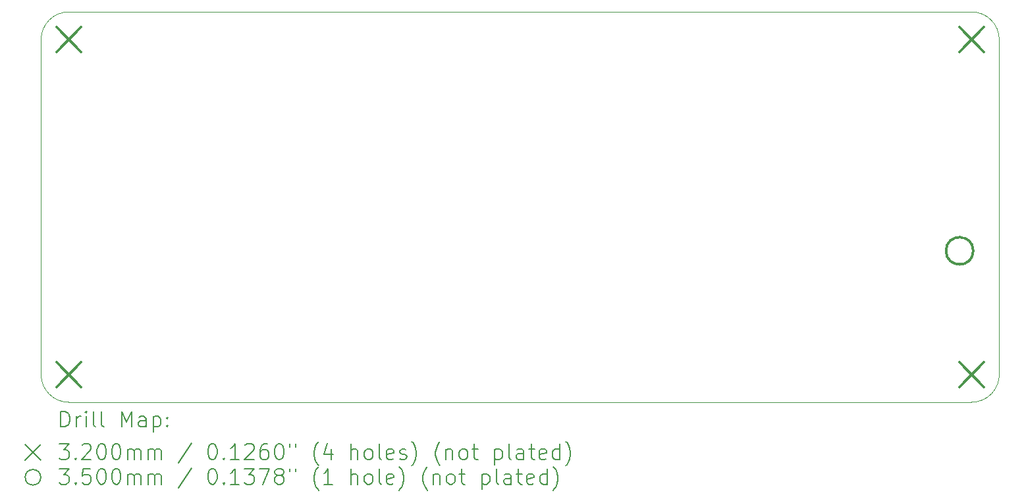
<source format=gbr>
%FSLAX45Y45*%
G04 Gerber Fmt 4.5, Leading zero omitted, Abs format (unit mm)*
G04 Created by KiCad (PCBNEW (6.0.0)) date 2022-11-20 23:13:51*
%MOMM*%
%LPD*%
G01*
G04 APERTURE LIST*
%TA.AperFunction,Profile*%
%ADD10C,0.100000*%
%TD*%
%ADD11C,0.200000*%
%ADD12C,0.320000*%
%ADD13C,0.350000*%
G04 APERTURE END LIST*
D10*
X9084400Y-12691300D02*
G75*
G03*
X9440000Y-13046900I355600J0D01*
G01*
X9084400Y-8383400D02*
X9084400Y-12691300D01*
X9440000Y-8027800D02*
X21047900Y-8027800D01*
X21047900Y-13047127D02*
X9440000Y-13046900D01*
X21047900Y-13047127D02*
G75*
G03*
X21403500Y-12678600I0J355827D01*
G01*
X9440000Y-8027800D02*
G75*
G03*
X9084400Y-8383400I0J-355600D01*
G01*
X21403500Y-8383400D02*
G75*
G03*
X21047900Y-8027800I-355600J0D01*
G01*
X21403500Y-8383400D02*
X21403500Y-12678600D01*
D11*
D12*
X9280000Y-8223400D02*
X9600000Y-8543400D01*
X9600000Y-8223400D02*
X9280000Y-8543400D01*
X9280000Y-12531300D02*
X9600000Y-12851300D01*
X9600000Y-12531300D02*
X9280000Y-12851300D01*
X20887900Y-8223400D02*
X21207900Y-8543400D01*
X21207900Y-8223400D02*
X20887900Y-8543400D01*
X20887900Y-12531300D02*
X21207900Y-12851300D01*
X21207900Y-12531300D02*
X20887900Y-12851300D01*
D13*
X21068800Y-11099800D02*
G75*
G03*
X21068800Y-11099800I-175000J0D01*
G01*
D11*
X9337019Y-13362603D02*
X9337019Y-13162603D01*
X9384638Y-13162603D01*
X9413210Y-13172127D01*
X9432257Y-13191174D01*
X9441781Y-13210222D01*
X9451305Y-13248317D01*
X9451305Y-13276889D01*
X9441781Y-13314984D01*
X9432257Y-13334031D01*
X9413210Y-13353079D01*
X9384638Y-13362603D01*
X9337019Y-13362603D01*
X9537019Y-13362603D02*
X9537019Y-13229269D01*
X9537019Y-13267365D02*
X9546543Y-13248317D01*
X9556067Y-13238793D01*
X9575114Y-13229269D01*
X9594162Y-13229269D01*
X9660829Y-13362603D02*
X9660829Y-13229269D01*
X9660829Y-13162603D02*
X9651305Y-13172127D01*
X9660829Y-13181650D01*
X9670352Y-13172127D01*
X9660829Y-13162603D01*
X9660829Y-13181650D01*
X9784638Y-13362603D02*
X9765590Y-13353079D01*
X9756067Y-13334031D01*
X9756067Y-13162603D01*
X9889400Y-13362603D02*
X9870352Y-13353079D01*
X9860829Y-13334031D01*
X9860829Y-13162603D01*
X10117971Y-13362603D02*
X10117971Y-13162603D01*
X10184638Y-13305460D01*
X10251305Y-13162603D01*
X10251305Y-13362603D01*
X10432257Y-13362603D02*
X10432257Y-13257841D01*
X10422733Y-13238793D01*
X10403686Y-13229269D01*
X10365590Y-13229269D01*
X10346543Y-13238793D01*
X10432257Y-13353079D02*
X10413210Y-13362603D01*
X10365590Y-13362603D01*
X10346543Y-13353079D01*
X10337019Y-13334031D01*
X10337019Y-13314984D01*
X10346543Y-13295936D01*
X10365590Y-13286412D01*
X10413210Y-13286412D01*
X10432257Y-13276889D01*
X10527495Y-13229269D02*
X10527495Y-13429269D01*
X10527495Y-13238793D02*
X10546543Y-13229269D01*
X10584638Y-13229269D01*
X10603686Y-13238793D01*
X10613210Y-13248317D01*
X10622733Y-13267365D01*
X10622733Y-13324508D01*
X10613210Y-13343555D01*
X10603686Y-13353079D01*
X10584638Y-13362603D01*
X10546543Y-13362603D01*
X10527495Y-13353079D01*
X10708448Y-13343555D02*
X10717971Y-13353079D01*
X10708448Y-13362603D01*
X10698924Y-13353079D01*
X10708448Y-13343555D01*
X10708448Y-13362603D01*
X10708448Y-13238793D02*
X10717971Y-13248317D01*
X10708448Y-13257841D01*
X10698924Y-13248317D01*
X10708448Y-13238793D01*
X10708448Y-13257841D01*
X8879400Y-13592127D02*
X9079400Y-13792127D01*
X9079400Y-13592127D02*
X8879400Y-13792127D01*
X9317971Y-13582603D02*
X9441781Y-13582603D01*
X9375114Y-13658793D01*
X9403686Y-13658793D01*
X9422733Y-13668317D01*
X9432257Y-13677841D01*
X9441781Y-13696889D01*
X9441781Y-13744508D01*
X9432257Y-13763555D01*
X9422733Y-13773079D01*
X9403686Y-13782603D01*
X9346543Y-13782603D01*
X9327495Y-13773079D01*
X9317971Y-13763555D01*
X9527495Y-13763555D02*
X9537019Y-13773079D01*
X9527495Y-13782603D01*
X9517971Y-13773079D01*
X9527495Y-13763555D01*
X9527495Y-13782603D01*
X9613210Y-13601650D02*
X9622733Y-13592127D01*
X9641781Y-13582603D01*
X9689400Y-13582603D01*
X9708448Y-13592127D01*
X9717971Y-13601650D01*
X9727495Y-13620698D01*
X9727495Y-13639746D01*
X9717971Y-13668317D01*
X9603686Y-13782603D01*
X9727495Y-13782603D01*
X9851305Y-13582603D02*
X9870352Y-13582603D01*
X9889400Y-13592127D01*
X9898924Y-13601650D01*
X9908448Y-13620698D01*
X9917971Y-13658793D01*
X9917971Y-13706412D01*
X9908448Y-13744508D01*
X9898924Y-13763555D01*
X9889400Y-13773079D01*
X9870352Y-13782603D01*
X9851305Y-13782603D01*
X9832257Y-13773079D01*
X9822733Y-13763555D01*
X9813210Y-13744508D01*
X9803686Y-13706412D01*
X9803686Y-13658793D01*
X9813210Y-13620698D01*
X9822733Y-13601650D01*
X9832257Y-13592127D01*
X9851305Y-13582603D01*
X10041781Y-13582603D02*
X10060829Y-13582603D01*
X10079876Y-13592127D01*
X10089400Y-13601650D01*
X10098924Y-13620698D01*
X10108448Y-13658793D01*
X10108448Y-13706412D01*
X10098924Y-13744508D01*
X10089400Y-13763555D01*
X10079876Y-13773079D01*
X10060829Y-13782603D01*
X10041781Y-13782603D01*
X10022733Y-13773079D01*
X10013210Y-13763555D01*
X10003686Y-13744508D01*
X9994162Y-13706412D01*
X9994162Y-13658793D01*
X10003686Y-13620698D01*
X10013210Y-13601650D01*
X10022733Y-13592127D01*
X10041781Y-13582603D01*
X10194162Y-13782603D02*
X10194162Y-13649269D01*
X10194162Y-13668317D02*
X10203686Y-13658793D01*
X10222733Y-13649269D01*
X10251305Y-13649269D01*
X10270352Y-13658793D01*
X10279876Y-13677841D01*
X10279876Y-13782603D01*
X10279876Y-13677841D02*
X10289400Y-13658793D01*
X10308448Y-13649269D01*
X10337019Y-13649269D01*
X10356067Y-13658793D01*
X10365590Y-13677841D01*
X10365590Y-13782603D01*
X10460829Y-13782603D02*
X10460829Y-13649269D01*
X10460829Y-13668317D02*
X10470352Y-13658793D01*
X10489400Y-13649269D01*
X10517971Y-13649269D01*
X10537019Y-13658793D01*
X10546543Y-13677841D01*
X10546543Y-13782603D01*
X10546543Y-13677841D02*
X10556067Y-13658793D01*
X10575114Y-13649269D01*
X10603686Y-13649269D01*
X10622733Y-13658793D01*
X10632257Y-13677841D01*
X10632257Y-13782603D01*
X11022733Y-13573079D02*
X10851305Y-13830222D01*
X11279876Y-13582603D02*
X11298924Y-13582603D01*
X11317971Y-13592127D01*
X11327495Y-13601650D01*
X11337019Y-13620698D01*
X11346543Y-13658793D01*
X11346543Y-13706412D01*
X11337019Y-13744508D01*
X11327495Y-13763555D01*
X11317971Y-13773079D01*
X11298924Y-13782603D01*
X11279876Y-13782603D01*
X11260828Y-13773079D01*
X11251305Y-13763555D01*
X11241781Y-13744508D01*
X11232257Y-13706412D01*
X11232257Y-13658793D01*
X11241781Y-13620698D01*
X11251305Y-13601650D01*
X11260828Y-13592127D01*
X11279876Y-13582603D01*
X11432257Y-13763555D02*
X11441781Y-13773079D01*
X11432257Y-13782603D01*
X11422733Y-13773079D01*
X11432257Y-13763555D01*
X11432257Y-13782603D01*
X11632257Y-13782603D02*
X11517971Y-13782603D01*
X11575114Y-13782603D02*
X11575114Y-13582603D01*
X11556067Y-13611174D01*
X11537019Y-13630222D01*
X11517971Y-13639746D01*
X11708448Y-13601650D02*
X11717971Y-13592127D01*
X11737019Y-13582603D01*
X11784638Y-13582603D01*
X11803686Y-13592127D01*
X11813209Y-13601650D01*
X11822733Y-13620698D01*
X11822733Y-13639746D01*
X11813209Y-13668317D01*
X11698924Y-13782603D01*
X11822733Y-13782603D01*
X11994162Y-13582603D02*
X11956067Y-13582603D01*
X11937019Y-13592127D01*
X11927495Y-13601650D01*
X11908448Y-13630222D01*
X11898924Y-13668317D01*
X11898924Y-13744508D01*
X11908448Y-13763555D01*
X11917971Y-13773079D01*
X11937019Y-13782603D01*
X11975114Y-13782603D01*
X11994162Y-13773079D01*
X12003686Y-13763555D01*
X12013209Y-13744508D01*
X12013209Y-13696889D01*
X12003686Y-13677841D01*
X11994162Y-13668317D01*
X11975114Y-13658793D01*
X11937019Y-13658793D01*
X11917971Y-13668317D01*
X11908448Y-13677841D01*
X11898924Y-13696889D01*
X12137019Y-13582603D02*
X12156067Y-13582603D01*
X12175114Y-13592127D01*
X12184638Y-13601650D01*
X12194162Y-13620698D01*
X12203686Y-13658793D01*
X12203686Y-13706412D01*
X12194162Y-13744508D01*
X12184638Y-13763555D01*
X12175114Y-13773079D01*
X12156067Y-13782603D01*
X12137019Y-13782603D01*
X12117971Y-13773079D01*
X12108448Y-13763555D01*
X12098924Y-13744508D01*
X12089400Y-13706412D01*
X12089400Y-13658793D01*
X12098924Y-13620698D01*
X12108448Y-13601650D01*
X12117971Y-13592127D01*
X12137019Y-13582603D01*
X12279876Y-13582603D02*
X12279876Y-13620698D01*
X12356067Y-13582603D02*
X12356067Y-13620698D01*
X12651305Y-13858793D02*
X12641781Y-13849269D01*
X12622733Y-13820698D01*
X12613209Y-13801650D01*
X12603686Y-13773079D01*
X12594162Y-13725460D01*
X12594162Y-13687365D01*
X12603686Y-13639746D01*
X12613209Y-13611174D01*
X12622733Y-13592127D01*
X12641781Y-13563555D01*
X12651305Y-13554031D01*
X12813209Y-13649269D02*
X12813209Y-13782603D01*
X12765590Y-13573079D02*
X12717971Y-13715936D01*
X12841781Y-13715936D01*
X13070352Y-13782603D02*
X13070352Y-13582603D01*
X13156067Y-13782603D02*
X13156067Y-13677841D01*
X13146543Y-13658793D01*
X13127495Y-13649269D01*
X13098924Y-13649269D01*
X13079876Y-13658793D01*
X13070352Y-13668317D01*
X13279876Y-13782603D02*
X13260828Y-13773079D01*
X13251305Y-13763555D01*
X13241781Y-13744508D01*
X13241781Y-13687365D01*
X13251305Y-13668317D01*
X13260828Y-13658793D01*
X13279876Y-13649269D01*
X13308448Y-13649269D01*
X13327495Y-13658793D01*
X13337019Y-13668317D01*
X13346543Y-13687365D01*
X13346543Y-13744508D01*
X13337019Y-13763555D01*
X13327495Y-13773079D01*
X13308448Y-13782603D01*
X13279876Y-13782603D01*
X13460828Y-13782603D02*
X13441781Y-13773079D01*
X13432257Y-13754031D01*
X13432257Y-13582603D01*
X13613209Y-13773079D02*
X13594162Y-13782603D01*
X13556067Y-13782603D01*
X13537019Y-13773079D01*
X13527495Y-13754031D01*
X13527495Y-13677841D01*
X13537019Y-13658793D01*
X13556067Y-13649269D01*
X13594162Y-13649269D01*
X13613209Y-13658793D01*
X13622733Y-13677841D01*
X13622733Y-13696889D01*
X13527495Y-13715936D01*
X13698924Y-13773079D02*
X13717971Y-13782603D01*
X13756067Y-13782603D01*
X13775114Y-13773079D01*
X13784638Y-13754031D01*
X13784638Y-13744508D01*
X13775114Y-13725460D01*
X13756067Y-13715936D01*
X13727495Y-13715936D01*
X13708448Y-13706412D01*
X13698924Y-13687365D01*
X13698924Y-13677841D01*
X13708448Y-13658793D01*
X13727495Y-13649269D01*
X13756067Y-13649269D01*
X13775114Y-13658793D01*
X13851305Y-13858793D02*
X13860828Y-13849269D01*
X13879876Y-13820698D01*
X13889400Y-13801650D01*
X13898924Y-13773079D01*
X13908448Y-13725460D01*
X13908448Y-13687365D01*
X13898924Y-13639746D01*
X13889400Y-13611174D01*
X13879876Y-13592127D01*
X13860828Y-13563555D01*
X13851305Y-13554031D01*
X14213209Y-13858793D02*
X14203686Y-13849269D01*
X14184638Y-13820698D01*
X14175114Y-13801650D01*
X14165590Y-13773079D01*
X14156067Y-13725460D01*
X14156067Y-13687365D01*
X14165590Y-13639746D01*
X14175114Y-13611174D01*
X14184638Y-13592127D01*
X14203686Y-13563555D01*
X14213209Y-13554031D01*
X14289400Y-13649269D02*
X14289400Y-13782603D01*
X14289400Y-13668317D02*
X14298924Y-13658793D01*
X14317971Y-13649269D01*
X14346543Y-13649269D01*
X14365590Y-13658793D01*
X14375114Y-13677841D01*
X14375114Y-13782603D01*
X14498924Y-13782603D02*
X14479876Y-13773079D01*
X14470352Y-13763555D01*
X14460828Y-13744508D01*
X14460828Y-13687365D01*
X14470352Y-13668317D01*
X14479876Y-13658793D01*
X14498924Y-13649269D01*
X14527495Y-13649269D01*
X14546543Y-13658793D01*
X14556067Y-13668317D01*
X14565590Y-13687365D01*
X14565590Y-13744508D01*
X14556067Y-13763555D01*
X14546543Y-13773079D01*
X14527495Y-13782603D01*
X14498924Y-13782603D01*
X14622733Y-13649269D02*
X14698924Y-13649269D01*
X14651305Y-13582603D02*
X14651305Y-13754031D01*
X14660828Y-13773079D01*
X14679876Y-13782603D01*
X14698924Y-13782603D01*
X14917971Y-13649269D02*
X14917971Y-13849269D01*
X14917971Y-13658793D02*
X14937019Y-13649269D01*
X14975114Y-13649269D01*
X14994162Y-13658793D01*
X15003686Y-13668317D01*
X15013209Y-13687365D01*
X15013209Y-13744508D01*
X15003686Y-13763555D01*
X14994162Y-13773079D01*
X14975114Y-13782603D01*
X14937019Y-13782603D01*
X14917971Y-13773079D01*
X15127495Y-13782603D02*
X15108448Y-13773079D01*
X15098924Y-13754031D01*
X15098924Y-13582603D01*
X15289400Y-13782603D02*
X15289400Y-13677841D01*
X15279876Y-13658793D01*
X15260828Y-13649269D01*
X15222733Y-13649269D01*
X15203686Y-13658793D01*
X15289400Y-13773079D02*
X15270352Y-13782603D01*
X15222733Y-13782603D01*
X15203686Y-13773079D01*
X15194162Y-13754031D01*
X15194162Y-13734984D01*
X15203686Y-13715936D01*
X15222733Y-13706412D01*
X15270352Y-13706412D01*
X15289400Y-13696889D01*
X15356067Y-13649269D02*
X15432257Y-13649269D01*
X15384638Y-13582603D02*
X15384638Y-13754031D01*
X15394162Y-13773079D01*
X15413209Y-13782603D01*
X15432257Y-13782603D01*
X15575114Y-13773079D02*
X15556067Y-13782603D01*
X15517971Y-13782603D01*
X15498924Y-13773079D01*
X15489400Y-13754031D01*
X15489400Y-13677841D01*
X15498924Y-13658793D01*
X15517971Y-13649269D01*
X15556067Y-13649269D01*
X15575114Y-13658793D01*
X15584638Y-13677841D01*
X15584638Y-13696889D01*
X15489400Y-13715936D01*
X15756067Y-13782603D02*
X15756067Y-13582603D01*
X15756067Y-13773079D02*
X15737019Y-13782603D01*
X15698924Y-13782603D01*
X15679876Y-13773079D01*
X15670352Y-13763555D01*
X15660828Y-13744508D01*
X15660828Y-13687365D01*
X15670352Y-13668317D01*
X15679876Y-13658793D01*
X15698924Y-13649269D01*
X15737019Y-13649269D01*
X15756067Y-13658793D01*
X15832257Y-13858793D02*
X15841781Y-13849269D01*
X15860828Y-13820698D01*
X15870352Y-13801650D01*
X15879876Y-13773079D01*
X15889400Y-13725460D01*
X15889400Y-13687365D01*
X15879876Y-13639746D01*
X15870352Y-13611174D01*
X15860828Y-13592127D01*
X15841781Y-13563555D01*
X15832257Y-13554031D01*
X9079400Y-14012127D02*
G75*
G03*
X9079400Y-14012127I-100000J0D01*
G01*
X9317971Y-13902603D02*
X9441781Y-13902603D01*
X9375114Y-13978793D01*
X9403686Y-13978793D01*
X9422733Y-13988317D01*
X9432257Y-13997841D01*
X9441781Y-14016889D01*
X9441781Y-14064508D01*
X9432257Y-14083555D01*
X9422733Y-14093079D01*
X9403686Y-14102603D01*
X9346543Y-14102603D01*
X9327495Y-14093079D01*
X9317971Y-14083555D01*
X9527495Y-14083555D02*
X9537019Y-14093079D01*
X9527495Y-14102603D01*
X9517971Y-14093079D01*
X9527495Y-14083555D01*
X9527495Y-14102603D01*
X9717971Y-13902603D02*
X9622733Y-13902603D01*
X9613210Y-13997841D01*
X9622733Y-13988317D01*
X9641781Y-13978793D01*
X9689400Y-13978793D01*
X9708448Y-13988317D01*
X9717971Y-13997841D01*
X9727495Y-14016889D01*
X9727495Y-14064508D01*
X9717971Y-14083555D01*
X9708448Y-14093079D01*
X9689400Y-14102603D01*
X9641781Y-14102603D01*
X9622733Y-14093079D01*
X9613210Y-14083555D01*
X9851305Y-13902603D02*
X9870352Y-13902603D01*
X9889400Y-13912127D01*
X9898924Y-13921650D01*
X9908448Y-13940698D01*
X9917971Y-13978793D01*
X9917971Y-14026412D01*
X9908448Y-14064508D01*
X9898924Y-14083555D01*
X9889400Y-14093079D01*
X9870352Y-14102603D01*
X9851305Y-14102603D01*
X9832257Y-14093079D01*
X9822733Y-14083555D01*
X9813210Y-14064508D01*
X9803686Y-14026412D01*
X9803686Y-13978793D01*
X9813210Y-13940698D01*
X9822733Y-13921650D01*
X9832257Y-13912127D01*
X9851305Y-13902603D01*
X10041781Y-13902603D02*
X10060829Y-13902603D01*
X10079876Y-13912127D01*
X10089400Y-13921650D01*
X10098924Y-13940698D01*
X10108448Y-13978793D01*
X10108448Y-14026412D01*
X10098924Y-14064508D01*
X10089400Y-14083555D01*
X10079876Y-14093079D01*
X10060829Y-14102603D01*
X10041781Y-14102603D01*
X10022733Y-14093079D01*
X10013210Y-14083555D01*
X10003686Y-14064508D01*
X9994162Y-14026412D01*
X9994162Y-13978793D01*
X10003686Y-13940698D01*
X10013210Y-13921650D01*
X10022733Y-13912127D01*
X10041781Y-13902603D01*
X10194162Y-14102603D02*
X10194162Y-13969269D01*
X10194162Y-13988317D02*
X10203686Y-13978793D01*
X10222733Y-13969269D01*
X10251305Y-13969269D01*
X10270352Y-13978793D01*
X10279876Y-13997841D01*
X10279876Y-14102603D01*
X10279876Y-13997841D02*
X10289400Y-13978793D01*
X10308448Y-13969269D01*
X10337019Y-13969269D01*
X10356067Y-13978793D01*
X10365590Y-13997841D01*
X10365590Y-14102603D01*
X10460829Y-14102603D02*
X10460829Y-13969269D01*
X10460829Y-13988317D02*
X10470352Y-13978793D01*
X10489400Y-13969269D01*
X10517971Y-13969269D01*
X10537019Y-13978793D01*
X10546543Y-13997841D01*
X10546543Y-14102603D01*
X10546543Y-13997841D02*
X10556067Y-13978793D01*
X10575114Y-13969269D01*
X10603686Y-13969269D01*
X10622733Y-13978793D01*
X10632257Y-13997841D01*
X10632257Y-14102603D01*
X11022733Y-13893079D02*
X10851305Y-14150222D01*
X11279876Y-13902603D02*
X11298924Y-13902603D01*
X11317971Y-13912127D01*
X11327495Y-13921650D01*
X11337019Y-13940698D01*
X11346543Y-13978793D01*
X11346543Y-14026412D01*
X11337019Y-14064508D01*
X11327495Y-14083555D01*
X11317971Y-14093079D01*
X11298924Y-14102603D01*
X11279876Y-14102603D01*
X11260828Y-14093079D01*
X11251305Y-14083555D01*
X11241781Y-14064508D01*
X11232257Y-14026412D01*
X11232257Y-13978793D01*
X11241781Y-13940698D01*
X11251305Y-13921650D01*
X11260828Y-13912127D01*
X11279876Y-13902603D01*
X11432257Y-14083555D02*
X11441781Y-14093079D01*
X11432257Y-14102603D01*
X11422733Y-14093079D01*
X11432257Y-14083555D01*
X11432257Y-14102603D01*
X11632257Y-14102603D02*
X11517971Y-14102603D01*
X11575114Y-14102603D02*
X11575114Y-13902603D01*
X11556067Y-13931174D01*
X11537019Y-13950222D01*
X11517971Y-13959746D01*
X11698924Y-13902603D02*
X11822733Y-13902603D01*
X11756067Y-13978793D01*
X11784638Y-13978793D01*
X11803686Y-13988317D01*
X11813209Y-13997841D01*
X11822733Y-14016889D01*
X11822733Y-14064508D01*
X11813209Y-14083555D01*
X11803686Y-14093079D01*
X11784638Y-14102603D01*
X11727495Y-14102603D01*
X11708448Y-14093079D01*
X11698924Y-14083555D01*
X11889400Y-13902603D02*
X12022733Y-13902603D01*
X11937019Y-14102603D01*
X12127495Y-13988317D02*
X12108448Y-13978793D01*
X12098924Y-13969269D01*
X12089400Y-13950222D01*
X12089400Y-13940698D01*
X12098924Y-13921650D01*
X12108448Y-13912127D01*
X12127495Y-13902603D01*
X12165590Y-13902603D01*
X12184638Y-13912127D01*
X12194162Y-13921650D01*
X12203686Y-13940698D01*
X12203686Y-13950222D01*
X12194162Y-13969269D01*
X12184638Y-13978793D01*
X12165590Y-13988317D01*
X12127495Y-13988317D01*
X12108448Y-13997841D01*
X12098924Y-14007365D01*
X12089400Y-14026412D01*
X12089400Y-14064508D01*
X12098924Y-14083555D01*
X12108448Y-14093079D01*
X12127495Y-14102603D01*
X12165590Y-14102603D01*
X12184638Y-14093079D01*
X12194162Y-14083555D01*
X12203686Y-14064508D01*
X12203686Y-14026412D01*
X12194162Y-14007365D01*
X12184638Y-13997841D01*
X12165590Y-13988317D01*
X12279876Y-13902603D02*
X12279876Y-13940698D01*
X12356067Y-13902603D02*
X12356067Y-13940698D01*
X12651305Y-14178793D02*
X12641781Y-14169269D01*
X12622733Y-14140698D01*
X12613209Y-14121650D01*
X12603686Y-14093079D01*
X12594162Y-14045460D01*
X12594162Y-14007365D01*
X12603686Y-13959746D01*
X12613209Y-13931174D01*
X12622733Y-13912127D01*
X12641781Y-13883555D01*
X12651305Y-13874031D01*
X12832257Y-14102603D02*
X12717971Y-14102603D01*
X12775114Y-14102603D02*
X12775114Y-13902603D01*
X12756067Y-13931174D01*
X12737019Y-13950222D01*
X12717971Y-13959746D01*
X13070352Y-14102603D02*
X13070352Y-13902603D01*
X13156067Y-14102603D02*
X13156067Y-13997841D01*
X13146543Y-13978793D01*
X13127495Y-13969269D01*
X13098924Y-13969269D01*
X13079876Y-13978793D01*
X13070352Y-13988317D01*
X13279876Y-14102603D02*
X13260828Y-14093079D01*
X13251305Y-14083555D01*
X13241781Y-14064508D01*
X13241781Y-14007365D01*
X13251305Y-13988317D01*
X13260828Y-13978793D01*
X13279876Y-13969269D01*
X13308448Y-13969269D01*
X13327495Y-13978793D01*
X13337019Y-13988317D01*
X13346543Y-14007365D01*
X13346543Y-14064508D01*
X13337019Y-14083555D01*
X13327495Y-14093079D01*
X13308448Y-14102603D01*
X13279876Y-14102603D01*
X13460828Y-14102603D02*
X13441781Y-14093079D01*
X13432257Y-14074031D01*
X13432257Y-13902603D01*
X13613209Y-14093079D02*
X13594162Y-14102603D01*
X13556067Y-14102603D01*
X13537019Y-14093079D01*
X13527495Y-14074031D01*
X13527495Y-13997841D01*
X13537019Y-13978793D01*
X13556067Y-13969269D01*
X13594162Y-13969269D01*
X13613209Y-13978793D01*
X13622733Y-13997841D01*
X13622733Y-14016889D01*
X13527495Y-14035936D01*
X13689400Y-14178793D02*
X13698924Y-14169269D01*
X13717971Y-14140698D01*
X13727495Y-14121650D01*
X13737019Y-14093079D01*
X13746543Y-14045460D01*
X13746543Y-14007365D01*
X13737019Y-13959746D01*
X13727495Y-13931174D01*
X13717971Y-13912127D01*
X13698924Y-13883555D01*
X13689400Y-13874031D01*
X14051305Y-14178793D02*
X14041781Y-14169269D01*
X14022733Y-14140698D01*
X14013209Y-14121650D01*
X14003686Y-14093079D01*
X13994162Y-14045460D01*
X13994162Y-14007365D01*
X14003686Y-13959746D01*
X14013209Y-13931174D01*
X14022733Y-13912127D01*
X14041781Y-13883555D01*
X14051305Y-13874031D01*
X14127495Y-13969269D02*
X14127495Y-14102603D01*
X14127495Y-13988317D02*
X14137019Y-13978793D01*
X14156067Y-13969269D01*
X14184638Y-13969269D01*
X14203686Y-13978793D01*
X14213209Y-13997841D01*
X14213209Y-14102603D01*
X14337019Y-14102603D02*
X14317971Y-14093079D01*
X14308448Y-14083555D01*
X14298924Y-14064508D01*
X14298924Y-14007365D01*
X14308448Y-13988317D01*
X14317971Y-13978793D01*
X14337019Y-13969269D01*
X14365590Y-13969269D01*
X14384638Y-13978793D01*
X14394162Y-13988317D01*
X14403686Y-14007365D01*
X14403686Y-14064508D01*
X14394162Y-14083555D01*
X14384638Y-14093079D01*
X14365590Y-14102603D01*
X14337019Y-14102603D01*
X14460828Y-13969269D02*
X14537019Y-13969269D01*
X14489400Y-13902603D02*
X14489400Y-14074031D01*
X14498924Y-14093079D01*
X14517971Y-14102603D01*
X14537019Y-14102603D01*
X14756067Y-13969269D02*
X14756067Y-14169269D01*
X14756067Y-13978793D02*
X14775114Y-13969269D01*
X14813209Y-13969269D01*
X14832257Y-13978793D01*
X14841781Y-13988317D01*
X14851305Y-14007365D01*
X14851305Y-14064508D01*
X14841781Y-14083555D01*
X14832257Y-14093079D01*
X14813209Y-14102603D01*
X14775114Y-14102603D01*
X14756067Y-14093079D01*
X14965590Y-14102603D02*
X14946543Y-14093079D01*
X14937019Y-14074031D01*
X14937019Y-13902603D01*
X15127495Y-14102603D02*
X15127495Y-13997841D01*
X15117971Y-13978793D01*
X15098924Y-13969269D01*
X15060828Y-13969269D01*
X15041781Y-13978793D01*
X15127495Y-14093079D02*
X15108448Y-14102603D01*
X15060828Y-14102603D01*
X15041781Y-14093079D01*
X15032257Y-14074031D01*
X15032257Y-14054984D01*
X15041781Y-14035936D01*
X15060828Y-14026412D01*
X15108448Y-14026412D01*
X15127495Y-14016889D01*
X15194162Y-13969269D02*
X15270352Y-13969269D01*
X15222733Y-13902603D02*
X15222733Y-14074031D01*
X15232257Y-14093079D01*
X15251305Y-14102603D01*
X15270352Y-14102603D01*
X15413209Y-14093079D02*
X15394162Y-14102603D01*
X15356067Y-14102603D01*
X15337019Y-14093079D01*
X15327495Y-14074031D01*
X15327495Y-13997841D01*
X15337019Y-13978793D01*
X15356067Y-13969269D01*
X15394162Y-13969269D01*
X15413209Y-13978793D01*
X15422733Y-13997841D01*
X15422733Y-14016889D01*
X15327495Y-14035936D01*
X15594162Y-14102603D02*
X15594162Y-13902603D01*
X15594162Y-14093079D02*
X15575114Y-14102603D01*
X15537019Y-14102603D01*
X15517971Y-14093079D01*
X15508448Y-14083555D01*
X15498924Y-14064508D01*
X15498924Y-14007365D01*
X15508448Y-13988317D01*
X15517971Y-13978793D01*
X15537019Y-13969269D01*
X15575114Y-13969269D01*
X15594162Y-13978793D01*
X15670352Y-14178793D02*
X15679876Y-14169269D01*
X15698924Y-14140698D01*
X15708448Y-14121650D01*
X15717971Y-14093079D01*
X15727495Y-14045460D01*
X15727495Y-14007365D01*
X15717971Y-13959746D01*
X15708448Y-13931174D01*
X15698924Y-13912127D01*
X15679876Y-13883555D01*
X15670352Y-13874031D01*
M02*

</source>
